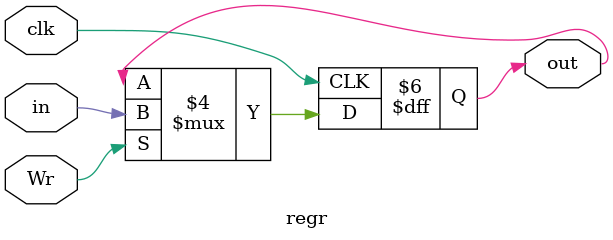
<source format=v>
`ifndef _regr
`define _regr

module regr (
    input clk,
    input Wr,
    input wire [N-1:0] in,
    output reg [N-1:0] out);

    parameter N = 1;
    initial begin
        out = 32'h00000000;
    end

    always @(negedge clk) begin
        if (Wr)
            out <= in;
        else
            out <= out;
    end
    
endmodule

`endif
</source>
